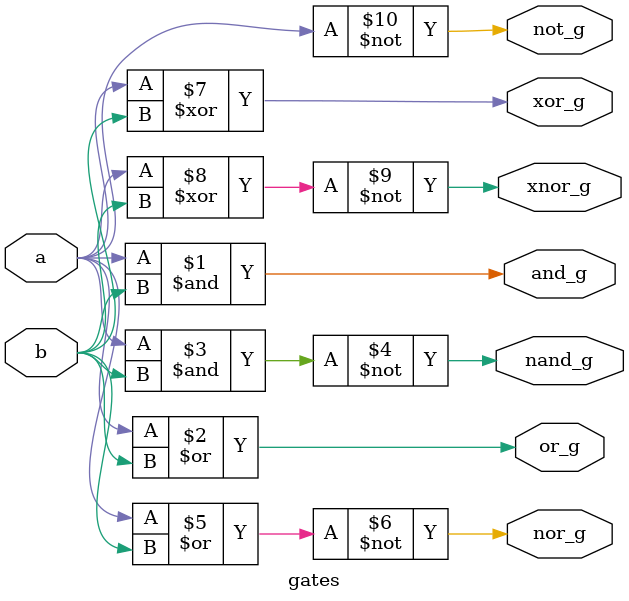
<source format=v>
module gates(input a,b,output not_g,and_g,or_g,nand_g,nor_g,xor_g,xnor_g);
not g1(not_g,a);
and g2(and_g,a,b);
or g3(or_g,a,b);
nand g4(nand_g,a,b);
nor g5(nor_g,a,b);
xor g6(xor_g,a,b);
xnor g7(xnor_g,a,b);
endmodule

</source>
